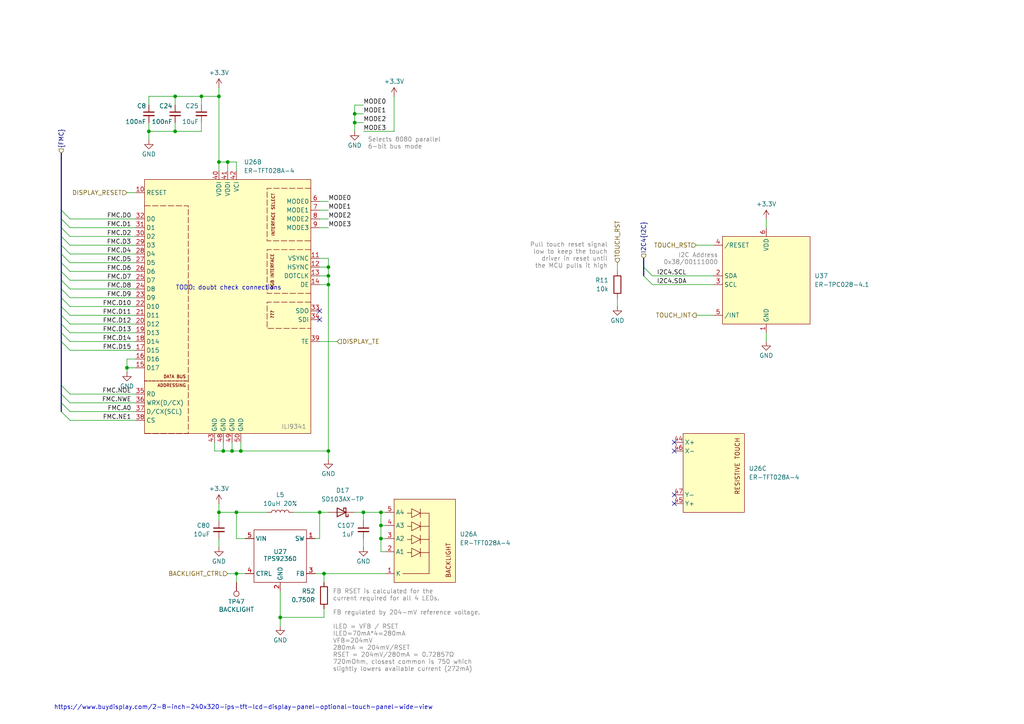
<source format=kicad_sch>
(kicad_sch (version 20250114) (generator "eeschema") (generator_version "9.0")
  (paper "A4")
  (lib_symbols
    (symbol "Connector:TestPoint" (pin_numbers (hide yes)) (pin_names (offset 0.762) (hide yes))
      (property "Reference" "TP" (at 0 6.858 0))
      (property "Value" "TestPoint" (at 0 5.08 0))
      (symbol "TestPoint_0_1"
        (circle (center 0 3.302) (radius 0.762))
      )
      (symbol "TestPoint_1_1"
        (pin passive line (at 0 0 90) (length 2.54) (name "1") (number "1"))
      )
    )
    (symbol "Device:C_Small" (pin_numbers (hide yes)) (pin_names (offset 0.254) (hide yes))
      (property "Reference" "C" (at 0.254 1.778 0))
      (property "Value" "C_Small" (at 0.254 -2.032 0))
      (symbol "C_Small_0_1"
        (polyline (pts (xy -1.524 0.508) (xy 1.524 0.508)) (stroke (width 0.3048)))
        (polyline (pts (xy -1.524 -0.508) (xy 1.524 -0.508)) (stroke (width 0.3302)))
      )
      (symbol "C_Small_1_1"
        (pin passive line (at 0 2.54 270) (length 2.032) (name "~") (number "1"))
        (pin passive line (at 0 -2.54 90) (length 2.032) (name "~") (number "2"))
      )
    )
    (symbol "Device:D_Schottky" (pin_numbers (hide yes)) (pin_names (offset 1.016) (hide yes))
      (property "Reference" "D" (at 0 2.54 0))
      (property "Value" "D_Schottky" (at 0 -2.54 0))
      (symbol "D_Schottky_0_1"
        (polyline (pts (xy -1.905 0.635) (xy -1.905 1.27) (xy -1.27 1.27) (xy -1.27 -1.27) (xy -0.635 -1.27) (xy -0.635 -0.635)) (stroke (width 0.254)))
        (polyline (pts (xy 1.27 1.27) (xy 1.27 -1.27) (xy -1.27 0) (xy 1.27 1.27)) (stroke (width 0.254)))
        (polyline (pts (xy 1.27 0) (xy -1.27 0)))
      )
      (symbol "D_Schottky_1_1"
        (pin passive line (at -3.81 0 0) (length 2.54) (name "K") (number "1"))
        (pin passive line (at 3.81 0 180) (length 2.54) (name "A") (number "2"))
      )
    )
    (symbol "Device:L" (pin_numbers (hide yes)) (pin_names (offset 1.016) (hide yes))
      (property "Reference" "L" (at -1.27 0 90))
      (property "Value" "L" (at 1.905 0 90))
      (symbol "L_0_1"
        (arc (start 0 2.54) (mid 0.6323 1.905) (end 0 1.27))
        (arc (start 0 1.27) (mid 0.6323 0.635) (end 0 0))
        (arc (start 0 0) (mid 0.6323 -0.635) (end 0 -1.27))
        (arc (start 0 -1.27) (mid 0.6323 -1.905) (end 0 -2.54))
      )
      (symbol "L_1_1"
        (pin passive line (at 0 3.81 270) (length 1.27) (name "1") (number "1"))
        (pin passive line (at 0 -3.81 90) (length 1.27) (name "2") (number "2"))
      )
    )
    (symbol "Device:R" (pin_numbers (hide yes)) (pin_names (offset 0))
      (property "Reference" "R" (at 2.032 0 90))
      (property "Value" "R" (at 0 0 90))
      (symbol "R_0_1"
        (rectangle (start -1.016 -2.54) (end 1.016 2.54) (stroke (width 0.254)))
      )
      (symbol "R_1_1"
        (pin passive line (at 0 3.81 270) (length 1.27) (name "~") (number "1"))
        (pin passive line (at 0 -3.81 90) (length 1.27) (name "~") (number "2"))
      )
    )
    (symbol "ER-TFT028A2-4_1"
      (property "Reference" "U" (at 0 0 0))
      (property "Value" "ER-TFT028A-4" (at 0 0 0))
      (symbol "ER-TFT028A2-4_1_1_1"
        (rectangle (start -8.89 11.43) (end 8.89 -11.43) (fill (type background)))
        (polyline (pts (xy -6.35 -7.62) (xy 1.27 -7.62)))
        (polyline (pts (xy -5.08 3.556) (xy -3.81 3.556)))
        (polyline (pts (xy -5.08 -0.254) (xy -3.81 -0.254)))
        (polyline (pts (xy -5.08 -4.064) (xy -3.81 -4.064)))
        (polyline (pts (xy -3.81 7.366) (xy -5.08 7.366)))
        (polyline (pts (xy -3.81 6.096) (xy -3.81 8.636) (xy -1.27 7.366) (xy -3.81 6.096)))
        (polyline (pts (xy -3.81 2.286) (xy -3.81 4.826) (xy -1.27 3.556) (xy -3.81 2.286)))
        (polyline (pts (xy -3.81 -1.524) (xy -3.81 1.016) (xy -1.27 -0.254) (xy -3.81 -1.524)))
        (polyline (pts (xy -3.81 -5.334) (xy -3.81 -2.794) (xy -1.27 -4.064) (xy -3.81 -5.334)))
        (polyline (pts (xy -1.27 6.096) (xy -1.27 8.636)))
        (polyline (pts (xy -1.27 2.286) (xy -1.27 4.826)))
        (polyline (pts (xy -1.27 -1.524) (xy -1.27 1.016)))
        (polyline (pts (xy -1.27 -5.334) (xy -1.27 -2.794)))
        (polyline (pts (xy 1.27 7.366) (xy -1.27 7.366)))
        (polyline (pts (xy 1.27 3.556) (xy -1.27 3.556)))
        (polyline (pts (xy 1.27 -0.254) (xy -1.27 -0.254)))
        (polyline (pts (xy 1.27 -4.064) (xy -1.27 -4.064)))
        (polyline (pts (xy 1.27 -7.62) (xy 1.27 7.366)))
        (text "BACKLIGHT" (at 7.62 -10.16 900) (effects (font (size 1.27 1.27)) (justify left bottom)))
        (pin input line (at -11.43 7.62 0) (length 2.54) (name "A4") (number "5"))
        (pin input line (at -11.43 3.81 0) (length 2.54) (name "A3") (number "4"))
        (pin input line (at -11.43 0 0) (length 2.54) (name "A2") (number "3"))
        (pin input line (at -11.43 -3.81 0) (length 2.54) (name "A1") (number "2"))
        (pin input line (at -11.43 -7.62 0) (length 2.54) (name "K") (number "1"))
      )
      (symbol "ER-TFT028A2-4_1_2_1"
        (rectangle (start -24.13 36.83) (end 24.13 -36.83) (fill (type background)))
        (polyline (pts (xy -24.13 29.21) (xy -11.43 29.21) (xy -11.43 -21.59) (xy -24.13 -21.59)) (stroke (width 0) (type dash)))
        (polyline (pts (xy -24.13 -21.59) (xy -11.43 -21.59) (xy -11.43 -36.83) (xy -24.13 -36.83)) (stroke (width 0) (type dash)))
        (polyline (pts (xy 24.13 34.29) (xy 11.43 34.29) (xy 11.43 19.05) (xy 24.13 19.05)) (stroke (width 0) (type dash)))
        (polyline (pts (xy 24.13 16.51) (xy 11.43 16.51) (xy 11.43 3.81) (xy 24.13 3.81)) (stroke (width 0) (type dash)))
        (polyline (pts (xy 24.13 1.27) (xy 11.43 1.27) (xy 11.43 -6.35) (xy 24.13 -6.35)) (stroke (width 0) (type dash)))
        (text "DATA BUS" (at -12.065 -20.32 0) (effects (font (size 0.889 0.889)) (justify right)))
        (text "ADDRESSING" (at -12.065 -22.86 0) (effects (font (size 0.889 0.889)) (justify right)))
        (text "RGB INTERFACE" (at 12.954 10.16 900) (effects (font (size 0.889 0.889))))
        (text "???" (at 12.954 -2.286 900) (effects (font (size 0.889 0.889))))
        (text "INTERFACE SELECT" (at 13.208 26.67 900) (effects (font (size 0.889 0.889))))
        (text "ILI9341" (at 22.86 -35.56 0) (effects (font (size 1.27 1.27)) (justify right bottom)))
        (pin input line (at -26.67 33.02 0) (length 2.54) (name "RESET") (number "10"))
        (pin input line (at -26.67 25.4 0) (length 2.54) (name "D0") (number "32"))
        (pin input line (at -26.67 22.86 0) (length 2.54) (name "D1") (number "31"))
        (pin input line (at -26.67 20.32 0) (length 2.54) (name "D2") (number "30"))
        (pin input line (at -26.67 17.78 0) (length 2.54) (name "D3") (number "29"))
        (pin input line (at -26.67 15.24 0) (length 2.54) (name "D4") (number "28"))
        (pin input line (at -26.67 12.7 0) (length 2.54) (name "D5") (number "27"))
        (pin input line (at -26.67 10.16 0) (length 2.54) (name "D6") (number "26"))
        (pin input line (at -26.67 7.62 0) (length 2.54) (name "D7") (number "25"))
        (pin input line (at -26.67 5.08 0) (length 2.54) (name "D8") (number "24"))
        (pin input line (at -26.67 2.54 0) (length 2.54) (name "D9") (number "23"))
        (pin input line (at -26.67 0 0) (length 2.54) (name "D10") (number "22"))
        (pin input line (at -26.67 -2.54 0) (length 2.54) (name "D11") (number "21"))
        (pin input line (at -26.67 -5.08 0) (length 2.54) (name "D12") (number "20"))
        (pin input line (at -26.67 -7.62 0) (length 2.54) (name "D13") (number "19"))
        (pin input line (at -26.67 -10.16 0) (length 2.54) (name "D14") (number "18"))
        (pin input line (at -26.67 -12.7 0) (length 2.54) (name "D15") (number "17"))
        (pin input line (at -26.67 -15.24 0) (length 2.54) (name "D16") (number "16"))
        (pin input line (at -26.67 -17.78 0) (length 2.54) (name "D17") (number "15"))
        (pin input line (at -26.67 -25.4 0) (length 2.54) (name "RD") (number "35"))
        (pin input line (at -26.67 -27.94 0) (length 2.54) (name "WRX(D/CX)") (number "36"))
        (pin input line (at -26.67 -30.48 0) (length 2.54) (name "D/CX(SCL)") (number "37"))
        (pin input line (at -26.67 -33.02 0) (length 2.54) (name "CS") (number "38"))
        (pin input line (at -3.81 -39.37 90) (length 2.54) (name "GND") (number "43"))
        (pin input line (at -2.54 39.37 270) (length 2.54) (name "VDDI") (number "40"))
        (pin input line (at -1.27 -39.37 90) (length 2.54) (name "GND") (number "48"))
        (pin input line (at 0 39.37 270) (length 2.54) (name "VDDI") (number "41"))
        (pin input line (at 1.27 -39.37 90) (length 2.54) (name "GND") (number "49"))
        (pin input line (at 2.54 39.37 270) (length 2.54) (name "VCI") (number "42"))
        (pin input line (at 3.81 -39.37 90) (length 2.54) (name "GND") (number "50"))
        (pin input line (at 26.67 30.48 180) (length 2.54) (name "MODE0") (number "6"))
        (pin input line (at 26.67 27.94 180) (length 2.54) (name "MODE1") (number "7"))
        (pin input line (at 26.67 25.4 180) (length 2.54) (name "MODE2") (number "8"))
        (pin input line (at 26.67 22.86 180) (length 2.54) (name "MODE3") (number "9"))
        (pin input line (at 26.67 13.97 180) (length 2.54) (name "VSYNC") (number "11"))
        (pin input line (at 26.67 11.43 180) (length 2.54) (name "HSYNC") (number "12"))
        (pin input line (at 26.67 8.89 180) (length 2.54) (name "DOTCLK") (number "13"))
        (pin input line (at 26.67 6.35 180) (length 2.54) (name "DE") (number "14"))
        (pin input line (at 26.67 -1.27 180) (length 2.54) (name "SDO") (number "33"))
        (pin input line (at 26.67 -3.81 180) (length 2.54) (name "SDI") (number "34"))
        (pin input line (at 26.67 -10.16 180) (length 2.54) (name "TE") (number "39"))
      )
      (symbol "ER-TFT028A2-4_1_3_1"
        (rectangle (start -8.89 11.43) (end 8.89 -11.43) (fill (type background)))
        (text "RESISTIVE TOUCH" (at 7.62 -6.35 900) (effects (font (size 1.27 1.27)) (justify left bottom)))
        (pin input line (at -11.43 8.89 0) (length 2.54) (name "X+") (number "44"))
        (pin input line (at -11.43 6.35 0) (length 2.54) (name "X-") (number "46"))
        (pin input line (at -11.43 -6.35 0) (length 2.54) (name "Y-") (number "47"))
        (pin input line (at -11.43 -8.89 0) (length 2.54) (name "Y+") (number "45"))
      )
    )
    (symbol "ER-TFT028A2-4_2"
      (property "Reference" "U" (at 0 0 0))
      (property "Value" "ER-TFT028A-4" (at 0 0 0))
      (symbol "ER-TFT028A2-4_2_1_1"
        (rectangle (start -8.89 11.43) (end 8.89 -11.43) (fill (type background)))
        (polyline (pts (xy -6.35 -7.62) (xy 1.27 -7.62)))
        (polyline (pts (xy -5.08 3.556) (xy -3.81 3.556)))
        (polyline (pts (xy -5.08 -0.254) (xy -3.81 -0.254)))
        (polyline (pts (xy -5.08 -4.064) (xy -3.81 -4.064)))
        (polyline (pts (xy -3.81 7.366) (xy -5.08 7.366)))
        (polyline (pts (xy -3.81 6.096) (xy -3.81 8.636) (xy -1.27 7.366) (xy -3.81 6.096)))
        (polyline (pts (xy -3.81 2.286) (xy -3.81 4.826) (xy -1.27 3.556) (xy -3.81 2.286)))
        (polyline (pts (xy -3.81 -1.524) (xy -3.81 1.016) (xy -1.27 -0.254) (xy -3.81 -1.524)))
        (polyline (pts (xy -3.81 -5.334) (xy -3.81 -2.794) (xy -1.27 -4.064) (xy -3.81 -5.334)))
        (polyline (pts (xy -1.27 6.096) (xy -1.27 8.636)))
        (polyline (pts (xy -1.27 2.286) (xy -1.27 4.826)))
        (polyline (pts (xy -1.27 -1.524) (xy -1.27 1.016)))
        (polyline (pts (xy -1.27 -5.334) (xy -1.27 -2.794)))
        (polyline (pts (xy 1.27 7.366) (xy -1.27 7.366)))
        (polyline (pts (xy 1.27 3.556) (xy -1.27 3.556)))
        (polyline (pts (xy 1.27 -0.254) (xy -1.27 -0.254)))
        (polyline (pts (xy 1.27 -4.064) (xy -1.27 -4.064)))
        (polyline (pts (xy 1.27 -7.62) (xy 1.27 7.366)))
        (text "BACKLIGHT" (at 7.62 -10.16 900) (effects (font (size 1.27 1.27)) (justify left bottom)))
        (pin input line (at -11.43 7.62 0) (length 2.54) (name "A4") (number "5"))
        (pin input line (at -11.43 3.81 0) (length 2.54) (name "A3") (number "4"))
        (pin input line (at -11.43 0 0) (length 2.54) (name "A2") (number "3"))
        (pin input line (at -11.43 -3.81 0) (length 2.54) (name "A1") (number "2"))
        (pin input line (at -11.43 -7.62 0) (length 2.54) (name "K") (number "1"))
      )
      (symbol "ER-TFT028A2-4_2_2_1"
        (rectangle (start -24.13 36.83) (end 24.13 -36.83) (fill (type background)))
        (polyline (pts (xy -24.13 29.21) (xy -11.43 29.21) (xy -11.43 -21.59) (xy -24.13 -21.59)) (stroke (width 0) (type dash)))
        (polyline (pts (xy -24.13 -21.59) (xy -11.43 -21.59) (xy -11.43 -36.83) (xy -24.13 -36.83)) (stroke (width 0) (type dash)))
        (polyline (pts (xy 24.13 34.29) (xy 11.43 34.29) (xy 11.43 19.05) (xy 24.13 19.05)) (stroke (width 0) (type dash)))
        (polyline (pts (xy 24.13 16.51) (xy 11.43 16.51) (xy 11.43 3.81) (xy 24.13 3.81)) (stroke (width 0) (type dash)))
        (polyline (pts (xy 24.13 1.27) (xy 11.43 1.27) (xy 11.43 -6.35) (xy 24.13 -6.35)) (stroke (width 0) (type dash)))
        (text "DATA BUS" (at -12.065 -20.32 0) (effects (font (size 0.889 0.889)) (justify right)))
        (text "ADDRESSING" (at -12.065 -22.86 0) (effects (font (size 0.889 0.889)) (justify right)))
        (text "RGB INTERFACE" (at 12.954 10.16 900) (effects (font (size 0.889 0.889))))
        (text "???" (at 12.954 -2.286 900) (effects (font (size 0.889 0.889))))
        (text "INTERFACE SELECT" (at 13.208 26.67 900) (effects (font (size 0.889 0.889))))
        (text "ILI9341" (at 22.86 -35.56 0) (effects (font (size 1.27 1.27)) (justify right bottom)))
        (pin input line (at -26.67 33.02 0) (length 2.54) (name "RESET") (number "10"))
        (pin input line (at -26.67 25.4 0) (length 2.54) (name "D0") (number "32"))
        (pin input line (at -26.67 22.86 0) (length 2.54) (name "D1") (number "31"))
        (pin input line (at -26.67 20.32 0) (length 2.54) (name "D2") (number "30"))
        (pin input line (at -26.67 17.78 0) (length 2.54) (name "D3") (number "29"))
        (pin input line (at -26.67 15.24 0) (length 2.54) (name "D4") (number "28"))
        (pin input line (at -26.67 12.7 0) (length 2.54) (name "D5") (number "27"))
        (pin input line (at -26.67 10.16 0) (length 2.54) (name "D6") (number "26"))
        (pin input line (at -26.67 7.62 0) (length 2.54) (name "D7") (number "25"))
        (pin input line (at -26.67 5.08 0) (length 2.54) (name "D8") (number "24"))
        (pin input line (at -26.67 2.54 0) (length 2.54) (name "D9") (number "23"))
        (pin input line (at -26.67 0 0) (length 2.54) (name "D10") (number "22"))
        (pin input line (at -26.67 -2.54 0) (length 2.54) (name "D11") (number "21"))
        (pin input line (at -26.67 -5.08 0) (length 2.54) (name "D12") (number "20"))
        (pin input line (at -26.67 -7.62 0) (length 2.54) (name "D13") (number "19"))
        (pin input line (at -26.67 -10.16 0) (length 2.54) (name "D14") (number "18"))
        (pin input line (at -26.67 -12.7 0) (length 2.54) (name "D15") (number "17"))
        (pin input line (at -26.67 -15.24 0) (length 2.54) (name "D16") (number "16"))
        (pin input line (at -26.67 -17.78 0) (length 2.54) (name "D17") (number "15"))
        (pin input line (at -26.67 -25.4 0) (length 2.54) (name "RD") (number "35"))
        (pin input line (at -26.67 -27.94 0) (length 2.54) (name "WRX(D/CX)") (number "36"))
        (pin input line (at -26.67 -30.48 0) (length 2.54) (name "D/CX(SCL)") (number "37"))
        (pin input line (at -26.67 -33.02 0) (length 2.54) (name "CS") (number "38"))
        (pin input line (at -3.81 -39.37 90) (length 2.54) (name "GND") (number "43"))
        (pin input line (at -2.54 39.37 270) (length 2.54) (name "VDDI") (number "40"))
        (pin input line (at -1.27 -39.37 90) (length 2.54) (name "GND") (number "48"))
        (pin input line (at 0 39.37 270) (length 2.54) (name "VDDI") (number "41"))
        (pin input line (at 1.27 -39.37 90) (length 2.54) (name "GND") (number "49"))
        (pin input line (at 2.54 39.37 270) (length 2.54) (name "VCI") (number "42"))
        (pin input line (at 3.81 -39.37 90) (length 2.54) (name "GND") (number "50"))
        (pin input line (at 26.67 30.48 180) (length 2.54) (name "MODE0") (number "6"))
        (pin input line (at 26.67 27.94 180) (length 2.54) (name "MODE1") (number "7"))
        (pin input line (at 26.67 25.4 180) (length 2.54) (name "MODE2") (number "8"))
        (pin input line (at 26.67 22.86 180) (length 2.54) (name "MODE3") (number "9"))
        (pin input line (at 26.67 13.97 180) (length 2.54) (name "VSYNC") (number "11"))
        (pin input line (at 26.67 11.43 180) (length 2.54) (name "HSYNC") (number "12"))
        (pin input line (at 26.67 8.89 180) (length 2.54) (name "DOTCLK") (number "13"))
        (pin input line (at 26.67 6.35 180) (length 2.54) (name "DE") (number "14"))
        (pin input line (at 26.67 -1.27 180) (length 2.54) (name "SDO") (number "33"))
        (pin input line (at 26.67 -3.81 180) (length 2.54) (name "SDI") (number "34"))
        (pin input line (at 26.67 -10.16 180) (length 2.54) (name "TE") (number "39"))
      )
      (symbol "ER-TFT028A2-4_2_3_1"
        (rectangle (start -8.89 11.43) (end 8.89 -11.43) (fill (type background)))
        (text "RESISTIVE TOUCH" (at 7.62 -6.35 900) (effects (font (size 1.27 1.27)) (justify left bottom)))
        (pin input line (at -11.43 8.89 0) (length 2.54) (name "X+") (number "44"))
        (pin input line (at -11.43 6.35 0) (length 2.54) (name "X-") (number "46"))
        (pin input line (at -11.43 -6.35 0) (length 2.54) (name "Y-") (number "47"))
        (pin input line (at -11.43 -8.89 0) (length 2.54) (name "Y+") (number "45"))
      )
    )
    (symbol "pocket_synth:ER-TFT028A2-4"
      (property "Reference" "U" (at 0 0 0))
      (property "Value" "ER-TFT028A-4" (at 0 0 0))
      (symbol "ER-TFT028A2-4_1_1"
        (rectangle (start -8.89 11.43) (end 8.89 -12.7) (fill (type background)))
        (polyline (pts (xy -6.35 -10.16) (xy 1.27 -10.16)))
        (polyline (pts (xy -5.08 3.556) (xy -3.81 3.556)))
        (polyline (pts (xy -5.08 -0.254) (xy -3.81 -0.254)))
        (polyline (pts (xy -5.08 -4.064) (xy -3.81 -4.064)))
        (polyline (pts (xy -3.81 7.366) (xy -5.08 7.366)))
        (polyline (pts (xy -3.81 6.096) (xy -3.81 8.636) (xy -1.27 7.366) (xy -3.81 6.096)))
        (polyline (pts (xy -3.81 2.286) (xy -3.81 4.826) (xy -1.27 3.556) (xy -3.81 2.286)))
        (polyline (pts (xy -3.81 -1.524) (xy -3.81 1.016) (xy -1.27 -0.254) (xy -3.81 -1.524)))
        (polyline (pts (xy -3.81 -5.334) (xy -3.81 -2.794) (xy -1.27 -4.064) (xy -3.81 -5.334)))
        (polyline (pts (xy -1.27 6.096) (xy -1.27 8.636)))
        (polyline (pts (xy -1.27 2.286) (xy -1.27 4.826)))
        (polyline (pts (xy -1.27 -1.524) (xy -1.27 1.016)))
        (polyline (pts (xy -1.27 -5.334) (xy -1.27 -2.794)))
        (polyline (pts (xy 1.27 7.366) (xy -1.27 7.366)))
        (polyline (pts (xy 1.27 3.556) (xy -1.27 3.556)))
        (polyline (pts (xy 1.27 -0.254) (xy -1.27 -0.254)))
        (polyline (pts (xy 1.27 -4.064) (xy -1.27 -4.064)))
        (polyline (pts (xy 1.27 -10.16) (xy 1.27 7.366)))
        (text "BACKLIGHT" (at 7.62 -11.43 900) (effects (font (size 1.27 1.27)) (justify left bottom)))
        (pin input line (at -11.43 7.62 0) (length 2.54) (name "A4") (number "5"))
        (pin input line (at -11.43 3.81 0) (length 2.54) (name "A3") (number "4"))
        (pin input line (at -11.43 0 0) (length 2.54) (name "A2") (number "3"))
        (pin input line (at -11.43 -3.81 0) (length 2.54) (name "A1") (number "2"))
        (pin input line (at -11.43 -10.16 0) (length 2.54) (name "K") (number "1"))
      )
      (symbol "ER-TFT028A2-4_2_1"
        (rectangle (start -24.13 36.83) (end 24.13 -36.83) (fill (type background)))
        (polyline (pts (xy -24.13 29.21) (xy -11.43 29.21) (xy -11.43 -21.59) (xy -24.13 -21.59)) (stroke (width 0) (type dash)))
        (polyline (pts (xy -24.13 -21.59) (xy -11.43 -21.59) (xy -11.43 -36.83) (xy -24.13 -36.83)) (stroke (width 0) (type dash)))
        (polyline (pts (xy 24.13 34.29) (xy 11.43 34.29) (xy 11.43 19.05) (xy 24.13 19.05)) (stroke (width 0) (type dash)))
        (polyline (pts (xy 24.13 16.51) (xy 11.43 16.51) (xy 11.43 3.81) (xy 24.13 3.81)) (stroke (width 0) (type dash)))
        (polyline (pts (xy 24.13 1.27) (xy 11.43 1.27) (xy 11.43 -6.35) (xy 24.13 -6.35)) (stroke (width 0) (type dash)))
        (text "DATA BUS" (at -12.065 -20.32 0) (effects (font (size 0.889 0.889)) (justify right)))
        (text "ADDRESSING" (at -12.065 -22.86 0) (effects (font (size 0.889 0.889)) (justify right)))
        (text "RGB INTERFACE" (at 12.954 10.16 900) (effects (font (size 0.889 0.889))))
        (text "???" (at 12.954 -2.286 900) (effects (font (size 0.889 0.889))))
        (text "INTERFACE SELECT" (at 13.208 26.67 900) (effects (font (size 0.889 0.889))))
        (text "ILI9341" (at 22.86 -35.56 0) (effects (font (size 1.27 1.27)) (justify right bottom)))
        (pin input line (at -26.67 33.02 0) (length 2.54) (name "RESET") (number "10"))
        (pin input line (at -26.67 25.4 0) (length 2.54) (name "D0") (number "32"))
        (pin input line (at -26.67 22.86 0) (length 2.54) (name "D1") (number "31"))
        (pin input line (at -26.67 20.32 0) (length 2.54) (name "D2") (number "30"))
        (pin input line (at -26.67 17.78 0) (length 2.54) (name "D3") (number "29"))
        (pin input line (at -26.67 15.24 0) (length 2.54) (name "D4") (number "28"))
        (pin input line (at -26.67 12.7 0) (length 2.54) (name "D5") (number "27"))
        (pin input line (at -26.67 10.16 0) (length 2.54) (name "D6") (number "26"))
        (pin input line (at -26.67 7.62 0) (length 2.54) (name "D7") (number "25"))
        (pin input line (at -26.67 5.08 0) (length 2.54) (name "D8") (number "24"))
        (pin input line (at -26.67 2.54 0) (length 2.54) (name "D9") (number "23"))
        (pin input line (at -26.67 0 0) (length 2.54) (name "D10") (number "22"))
        (pin input line (at -26.67 -2.54 0) (length 2.54) (name "D11") (number "21"))
        (pin input line (at -26.67 -5.08 0) (length 2.54) (name "D12") (number "20"))
        (pin input line (at -26.67 -7.62 0) (length 2.54) (name "D13") (number "19"))
        (pin input line (at -26.67 -10.16 0) (length 2.54) (name "D14") (number "18"))
        (pin input line (at -26.67 -12.7 0) (length 2.54) (name "D15") (number "17"))
        (pin input line (at -26.67 -15.24 0) (length 2.54) (name "D16") (number "16"))
        (pin input line (at -26.67 -17.78 0) (length 2.54) (name "D17") (number "15"))
        (pin input line (at -26.67 -25.4 0) (length 2.54) (name "RD") (number "35"))
        (pin input line (at -26.67 -27.94 0) (length 2.54) (name "WRX(D/CX)") (number "36"))
        (pin input line (at -26.67 -30.48 0) (length 2.54) (name "D/CX(SCL)") (number "37"))
        (pin input line (at -26.67 -33.02 0) (length 2.54) (name "CS") (number "38"))
        (pin input line (at -3.81 -39.37 90) (length 2.54) (name "GND") (number "43"))
        (pin input line (at -2.54 39.37 270) (length 2.54) (name "VDDI") (number "40"))
        (pin input line (at -1.27 -39.37 90) (length 2.54) (name "GND") (number "48"))
        (pin input line (at 0 39.37 270) (length 2.54) (name "VDDI") (number "41"))
        (pin input line (at 1.27 -39.37 90) (length 2.54) (name "GND") (number "49"))
        (pin input line (at 2.54 39.37 270) (length 2.54) (name "VCI") (number "42"))
        (pin input line (at 3.81 -39.37 90) (length 2.54) (name "GND") (number "50"))
        (pin input line (at 26.67 30.48 180) (length 2.54) (name "MODE0") (number "6"))
        (pin input line (at 26.67 27.94 180) (length 2.54) (name "MODE1") (number "7"))
        (pin input line (at 26.67 25.4 180) (length 2.54) (name "MODE2") (number "8"))
        (pin input line (at 26.67 22.86 180) (length 2.54) (name "MODE3") (number "9"))
        (pin input line (at 26.67 13.97 180) (length 2.54) (name "VSYNC") (number "11"))
        (pin input line (at 26.67 11.43 180) (length 2.54) (name "HSYNC") (number "12"))
        (pin input line (at 26.67 8.89 180) (length 2.54) (name "DOTCLK") (number "13"))
        (pin input line (at 26.67 6.35 180) (length 2.54) (name "DE") (number "14"))
        (pin input line (at 26.67 -1.27 180) (length 2.54) (name "SDO") (number "33"))
        (pin input line (at 26.67 -3.81 180) (length 2.54) (name "SDI") (number "34"))
        (pin input line (at 26.67 -10.16 180) (length 2.54) (name "TE") (number "39"))
      )
      (symbol "ER-TFT028A2-4_3_1"
        (rectangle (start -8.89 11.43) (end 8.89 -11.43) (fill (type background)))
        (text "RESISTIVE TOUCH" (at 7.62 -6.35 900) (effects (font (size 1.27 1.27)) (justify left bottom)))
        (pin input line (at -11.43 8.89 0) (length 2.54) (name "X+") (number "44"))
        (pin input line (at -11.43 6.35 0) (length 2.54) (name "X-") (number "46"))
        (pin input line (at -11.43 -6.35 0) (length 2.54) (name "Y-") (number "47"))
        (pin input line (at -11.43 -8.89 0) (length 2.54) (name "Y+") (number "45"))
      )
    )
    (symbol "pocket_synth:ER-TPC028-4.1"
      (property "Reference" "U" (at 0 0 0))
      (property "Value" "ER-TPC028-4.1" (at 0 0 0))
      (symbol "ER-TPC028-4.1_1_1"
        (rectangle (start -12.7 12.7) (end 12.7 -12.7) (fill (type background)))
        (pin input line (at -15.24 10.16 0) (length 2.54) (name "/RESET") (number "4"))
        (pin input line (at -15.24 1.27 0) (length 2.54) (name "SDA") (number "2"))
        (pin input line (at -15.24 -1.27 0) (length 2.54) (name "SCL") (number "3"))
        (pin input line (at -15.24 -10.16 0) (length 2.54) (name "/INT") (number "5"))
        (pin power_in line (at 0 15.24 270) (length 2.54) (name "VDD") (number "6"))
        (pin power_in line (at 0 -15.24 90) (length 2.54) (name "GND") (number "1"))
      )
    )
    (symbol "pocket_synth:TPS92360DCKR"
      (property "Reference" "U" (at 0 0 0))
      (symbol "TPS92360DCKR_0_1"
        (rectangle (start -7.62 7.62) (end 7.62 -7.62))
      )
      (symbol "TPS92360DCKR_1_1"
        (pin power_in line (at -10.16 5.08 0) (length 2.54) (name "VIN") (number "5"))
        (pin input line (at -10.16 -5.08 0) (length 2.54) (name "CTRL") (number "4"))
        (pin power_in line (at 0 -10.16 90) (length 2.54) (name "GND") (number "2"))
        (pin input line (at 10.16 5.08 180) (length 2.54) (name "SW") (number "1"))
        (pin input line (at 10.16 -5.08 180) (length 2.54) (name "FB") (number "3"))
      )
    )
    (symbol "power:+3.3V" (power) (pin_numbers (hide yes)) (pin_names (offset 0) (hide yes))
      (property "Value" "+3.3V" (at 0 3.556 0))
      (symbol "+3.3V_0_1"
        (polyline (pts (xy -0.762 1.27) (xy 0 2.54)))
        (polyline (pts (xy 0 2.54) (xy 0.762 1.27)))
        (polyline (pts (xy 0 0) (xy 0 2.54)))
      )
      (symbol "+3.3V_1_1"
        (pin power_in line (at 0 0 90) (length 0) (name "~") (number "1"))
      )
    )
    (symbol "power:GND" (power) (pin_numbers (hide yes)) (pin_names (offset 0) (hide yes))
      (property "Value" "GND" (at 0 -3.81 0))
      (symbol "GND_0_1"
        (polyline (pts (xy 0 0) (xy 0 -1.27) (xy 1.27 -1.27) (xy 0 -2.54) (xy -1.27 -1.27) (xy 0 -1.27)))
      )
      (symbol "GND_1_1"
        (pin power_in line (at 0 0 270) (length 0) (name "~") (number "1"))
      )
    )
  )
  (text "Pull touch reset signal\nlow to keep the touch\ndriver in reset until\nthe MCU pulls it high" (at 176.276 74.168 0) (effects (font (size 1.27 1.27)) (justify right)))
  (text "https://www.buydisplay.com/2-8-inch-240x320-ips-tft-lcd-display-panel-optional-touch-panel-wide-view" (at 70.612 205.232 0) (effects (font (size 1.27 1.27))))
  (text "FB RSET is calculated for the\ncurrent required for all 4 LEDs.\n\nFB regulated by 204-mV reference voltage.\n\nILED = VFB / RSET\nILED=70mA*4=280mA\nVFB=204mV\n280mA = 204mV/RSET\nRSET = 204mV/280mA = 0.72857Ω\n720mOhm, closest common is 750 which\nslightly lowers available current (272mA)" (at 96.52 170.942 0) (effects (font (size 1.27 1.27)) (justify left top)))
  (text "Selects 8080 parallel\n6-bit bus mode" (at 106.68 41.656 0) (effects (font (size 1.27 1.27)) (justify left)))
  (text "I2C Address\n0x38/00111000" (at 208.28 75.184 0) (effects (font (size 1.27 1.27)) (justify right)))
  (text "TODO: doubt check connections" (at 66.294 83.566 0) (effects (font (size 1.27 1.27))))
  (junction (at 92.71 148.59))
  (junction (at 110.49 148.59))
  (junction (at 63.5 148.59))
  (junction (at 69.85 130.81))
  (junction (at 58.42 27.94))
  (junction (at 63.5 27.94))
  (junction (at 67.31 130.81))
  (junction (at 50.8 27.94))
  (junction (at 95.25 130.81))
  (junction (at 95.25 80.01))
  (junction (at 110.49 152.4))
  (junction (at 105.41 148.59))
  (junction (at 43.18 38.1))
  (junction (at 102.87 33.02))
  (junction (at 95.25 82.55))
  (junction (at 66.04 46.99))
  (junction (at 64.77 130.81))
  (junction (at 68.58 166.37))
  (junction (at 50.8 38.1))
  (junction (at 36.83 106.68))
  (junction (at 63.5 46.99))
  (junction (at 102.87 35.56))
  (junction (at 81.28 179.07))
  (junction (at 93.98 166.37))
  (junction (at 110.49 156.21))
  (junction (at 68.58 148.59))
  (junction (at 95.25 77.47))
  (no_connect (at 195.58 143.51))
  (no_connect (at 195.58 146.05))
  (no_connect (at 195.58 128.27))
  (no_connect (at 92.71 90.17))
  (no_connect (at 195.58 130.81))
  (no_connect (at 92.71 92.71))
  (bus_entry (at 20.32 66.04) (size -2.54 -2.54))
  (bus_entry (at 20.32 71.12) (size -2.54 -2.54))
  (bus_entry (at 20.32 121.92) (size -2.54 -2.54))
  (bus_entry (at 189.23 80.01) (size -2.54 -2.54))
  (bus_entry (at 189.23 82.55) (size -2.54 -2.54))
  (bus_entry (at 20.32 88.9) (size -2.54 -2.54))
  (bus_entry (at 20.32 91.44) (size -2.54 -2.54))
  (bus_entry (at 20.32 114.3) (size -2.54 -2.54))
  (bus_entry (at 20.32 99.06) (size -2.54 -2.54))
  (bus_entry (at 20.32 93.98) (size -2.54 -2.54))
  (bus_entry (at 20.32 78.74) (size -2.54 -2.54))
  (bus_entry (at 20.32 76.2) (size -2.54 -2.54))
  (bus_entry (at 20.32 116.84) (size -2.54 -2.54))
  (bus_entry (at 20.32 73.66) (size -2.54 -2.54))
  (bus_entry (at 20.32 83.82) (size -2.54 -2.54))
  (bus_entry (at 20.32 86.36) (size -2.54 -2.54))
  (bus_entry (at 20.32 101.6) (size -2.54 -2.54))
  (bus_entry (at 20.32 68.58) (size -2.54 -2.54))
  (bus_entry (at 20.32 119.38) (size -2.54 -2.54))
  (bus_entry (at 20.32 63.5) (size -2.54 -2.54))
  (bus_entry (at 20.32 96.52) (size -2.54 -2.54))
  (bus_entry (at 20.32 81.28) (size -2.54 -2.54))
  (wire (pts (xy 105.41 156.21) (xy 105.41 158.75)))
  (wire (pts (xy 95.25 130.81) (xy 95.25 133.35)))
  (wire (pts (xy 43.18 27.94) (xy 43.18 30.48)))
  (bus (pts (xy 17.78 71.12) (xy 17.78 73.66)))
  (wire (pts (xy 20.32 83.82) (xy 39.37 83.82)))
  (bus (pts (xy 17.78 68.58) (xy 17.78 71.12)))
  (wire (pts (xy 20.32 101.6) (xy 39.37 101.6)))
  (bus (pts (xy 186.69 77.47) (xy 186.69 80.01)))
  (wire (pts (xy 68.58 148.59) (xy 63.5 148.59)))
  (wire (pts (xy 36.83 104.14) (xy 36.83 106.68)))
  (wire (pts (xy 105.41 30.48) (xy 102.87 30.48)))
  (wire (pts (xy 67.31 128.27) (xy 67.31 130.81)))
  (wire (pts (xy 81.28 179.07) (xy 81.28 181.61)))
  (wire (pts (xy 114.3 27.94) (xy 114.3 38.1)))
  (wire (pts (xy 68.58 166.37) (xy 68.58 168.91)))
  (wire (pts (xy 36.83 55.88) (xy 39.37 55.88)))
  (wire (pts (xy 43.18 38.1) (xy 43.18 40.64)))
  (wire (pts (xy 63.5 46.99) (xy 63.5 49.53)))
  (wire (pts (xy 64.77 130.81) (xy 67.31 130.81)))
  (wire (pts (xy 92.71 156.21) (xy 92.71 148.59)))
  (wire (pts (xy 92.71 77.47) (xy 95.25 77.47)))
  (wire (pts (xy 39.37 71.12) (xy 20.32 71.12)))
  (bus (pts (xy 17.78 114.3) (xy 17.78 116.84)))
  (wire (pts (xy 50.8 27.94) (xy 43.18 27.94)))
  (wire (pts (xy 43.18 38.1) (xy 50.8 38.1)))
  (wire (pts (xy 58.42 27.94) (xy 50.8 27.94)))
  (wire (pts (xy 63.5 156.21) (xy 63.5 158.75)))
  (bus (pts (xy 17.78 73.66) (xy 17.78 76.2)))
  (wire (pts (xy 20.32 96.52) (xy 39.37 96.52)))
  (bus (pts (xy 17.78 86.36) (xy 17.78 88.9)))
  (bus (pts (xy 17.78 78.74) (xy 17.78 81.28)))
  (wire (pts (xy 93.98 179.07) (xy 93.98 176.53)))
  (wire (pts (xy 20.32 68.58) (xy 39.37 68.58)))
  (wire (pts (xy 20.32 81.28) (xy 39.37 81.28)))
  (wire (pts (xy 95.25 74.93) (xy 95.25 77.47)))
  (wire (pts (xy 105.41 38.1) (xy 114.3 38.1)))
  (wire (pts (xy 92.71 66.04) (xy 95.25 66.04)))
  (wire (pts (xy 20.32 116.84) (xy 39.37 116.84)))
  (wire (pts (xy 58.42 35.56) (xy 58.42 38.1)))
  (wire (pts (xy 102.87 148.59) (xy 105.41 148.59)))
  (wire (pts (xy 20.32 114.3) (xy 39.37 114.3)))
  (wire (pts (xy 20.32 86.36) (xy 39.37 86.36)))
  (wire (pts (xy 92.71 82.55) (xy 95.25 82.55)))
  (bus (pts (xy 17.78 76.2) (xy 17.78 78.74)))
  (wire (pts (xy 68.58 148.59) (xy 77.47 148.59)))
  (bus (pts (xy 17.78 96.52) (xy 17.78 99.06)))
  (wire (pts (xy 20.32 66.04) (xy 39.37 66.04)))
  (wire (pts (xy 179.07 76.2) (xy 179.07 78.74)))
  (wire (pts (xy 95.25 77.47) (xy 95.25 80.01)))
  (wire (pts (xy 63.5 25.4) (xy 63.5 27.94)))
  (wire (pts (xy 66.04 46.99) (xy 66.04 49.53)))
  (wire (pts (xy 20.32 88.9) (xy 39.37 88.9)))
  (wire (pts (xy 50.8 38.1) (xy 58.42 38.1)))
  (wire (pts (xy 93.98 166.37) (xy 93.98 168.91)))
  (wire (pts (xy 189.23 80.01) (xy 207.01 80.01)))
  (bus (pts (xy 17.78 88.9) (xy 17.78 91.44)))
  (wire (pts (xy 43.18 35.56) (xy 43.18 38.1)))
  (wire (pts (xy 63.5 148.59) (xy 63.5 151.13)))
  (wire (pts (xy 110.49 156.21) (xy 110.49 160.02)))
  (bus (pts (xy 17.78 66.04) (xy 17.78 68.58)))
  (wire (pts (xy 95.25 82.55) (xy 95.25 130.81)))
  (wire (pts (xy 71.12 156.21) (xy 68.58 156.21)))
  (wire (pts (xy 20.32 73.66) (xy 39.37 73.66)))
  (wire (pts (xy 20.32 99.06) (xy 39.37 99.06)))
  (wire (pts (xy 66.04 46.99) (xy 68.58 46.99)))
  (wire (pts (xy 50.8 27.94) (xy 50.8 30.48)))
  (wire (pts (xy 63.5 46.99) (xy 66.04 46.99)))
  (wire (pts (xy 81.28 179.07) (xy 93.98 179.07)))
  (wire (pts (xy 20.32 121.92) (xy 39.37 121.92)))
  (wire (pts (xy 105.41 148.59) (xy 110.49 148.59)))
  (wire (pts (xy 92.71 148.59) (xy 85.09 148.59)))
  (bus (pts (xy 17.78 91.44) (xy 17.78 93.98)))
  (wire (pts (xy 20.32 63.5) (xy 39.37 63.5)))
  (wire (pts (xy 110.49 152.4) (xy 111.76 152.4)))
  (bus (pts (xy 17.78 116.84) (xy 17.78 119.38)))
  (wire (pts (xy 69.85 130.81) (xy 95.25 130.81)))
  (wire (pts (xy 63.5 27.94) (xy 63.5 46.99)))
  (wire (pts (xy 20.32 91.44) (xy 39.37 91.44)))
  (bus (pts (xy 17.78 83.82) (xy 17.78 86.36)))
  (wire (pts (xy 20.32 119.38) (xy 39.37 119.38)))
  (wire (pts (xy 68.58 148.59) (xy 68.58 156.21)))
  (wire (pts (xy 92.71 74.93) (xy 95.25 74.93)))
  (wire (pts (xy 62.23 128.27) (xy 62.23 130.81)))
  (bus (pts (xy 186.69 74.93) (xy 186.69 77.47)))
  (wire (pts (xy 110.49 148.59) (xy 110.49 152.4)))
  (wire (pts (xy 189.23 82.55) (xy 207.01 82.55)))
  (wire (pts (xy 50.8 35.56) (xy 50.8 38.1)))
  (wire (pts (xy 102.87 33.02) (xy 102.87 35.56)))
  (wire (pts (xy 95.25 80.01) (xy 95.25 82.55)))
  (wire (pts (xy 93.98 166.37) (xy 111.76 166.37)))
  (bus (pts (xy 17.78 60.96) (xy 17.78 44.45)))
  (wire (pts (xy 201.93 71.12) (xy 207.01 71.12)))
  (wire (pts (xy 66.04 166.37) (xy 68.58 166.37)))
  (wire (pts (xy 92.71 63.5) (xy 95.25 63.5)))
  (wire (pts (xy 105.41 148.59) (xy 105.41 151.13)))
  (wire (pts (xy 110.49 152.4) (xy 110.49 156.21)))
  (wire (pts (xy 92.71 58.42) (xy 95.25 58.42)))
  (wire (pts (xy 81.28 171.45) (xy 81.28 179.07)))
  (wire (pts (xy 67.31 130.81) (xy 69.85 130.81)))
  (wire (pts (xy 102.87 35.56) (xy 102.87 38.1)))
  (wire (pts (xy 92.71 60.96) (xy 95.25 60.96)))
  (wire (pts (xy 102.87 30.48) (xy 102.87 33.02)))
  (wire (pts (xy 92.71 80.01) (xy 95.25 80.01)))
  (wire (pts (xy 20.32 76.2) (xy 39.37 76.2)))
  (wire (pts (xy 102.87 35.56) (xy 105.41 35.56)))
  (wire (pts (xy 20.32 78.74) (xy 39.37 78.74)))
  (bus (pts (xy 17.78 111.76) (xy 17.78 114.3)))
  (wire (pts (xy 179.07 86.36) (xy 179.07 88.9)))
  (wire (pts (xy 39.37 104.14) (xy 36.83 104.14)))
  (bus (pts (xy 17.78 99.06) (xy 17.78 111.76)))
  (wire (pts (xy 36.83 106.68) (xy 36.83 107.95)))
  (wire (pts (xy 58.42 27.94) (xy 58.42 30.48)))
  (wire (pts (xy 69.85 128.27) (xy 69.85 130.81)))
  (bus (pts (xy 17.78 60.96) (xy 17.78 63.5)))
  (wire (pts (xy 110.49 156.21) (xy 111.76 156.21)))
  (wire (pts (xy 110.49 148.59) (xy 111.76 148.59)))
  (wire (pts (xy 36.83 106.68) (xy 39.37 106.68)))
  (wire (pts (xy 20.32 93.98) (xy 39.37 93.98)))
  (wire (pts (xy 92.71 148.59) (xy 95.25 148.59)))
  (wire (pts (xy 63.5 146.05) (xy 63.5 148.59)))
  (wire (pts (xy 64.77 128.27) (xy 64.77 130.81)))
  (wire (pts (xy 68.58 46.99) (xy 68.58 49.53)))
  (wire (pts (xy 91.44 156.21) (xy 92.71 156.21)))
  (bus (pts (xy 17.78 63.5) (xy 17.78 66.04)))
  (wire (pts (xy 222.25 63.5) (xy 222.25 66.04)))
  (wire (pts (xy 110.49 160.02) (xy 111.76 160.02)))
  (bus (pts (xy 17.78 93.98) (xy 17.78 96.52)))
  (wire (pts (xy 102.87 33.02) (xy 105.41 33.02)))
  (wire (pts (xy 201.93 91.44) (xy 207.01 91.44)))
  (wire (pts (xy 68.58 166.37) (xy 71.12 166.37)))
  (wire (pts (xy 91.44 166.37) (xy 93.98 166.37)))
  (wire (pts (xy 222.25 96.52) (xy 222.25 99.06)))
  (wire (pts (xy 62.23 130.81) (xy 64.77 130.81)))
  (wire (pts (xy 58.42 27.94) (xy 63.5 27.94)))
  (wire (pts (xy 92.71 99.06) (xy 97.79 99.06)))
  (bus (pts (xy 17.78 81.28) (xy 17.78 83.82)))
  (label "FMC.D13" (at 38.1 96.52 180))
  (label "I2C4.SCL" (at 190.5 80.01 0))
  (label "MODE0" (at 95.25 58.42 0))
  (label "FMC.A0" (at 38.1 119.38 180))
  (label "FMC.D2" (at 38.1 68.58 180))
  (label "FMC.D9" (at 38.1 86.36 180))
  (label "FMC.D7" (at 38.1 81.28 180))
  (label "FMC.D15" (at 38.1 101.6 180))
  (label "MODE1" (at 95.25 60.96 0))
  (label "FMC.D4" (at 38.1 73.66 180))
  (label "FMC.NWE" (at 38.1 116.84 180))
  (label "FMC.D3" (at 38.053 71.12 180))
  (label "FMC.D0" (at 38.1 63.5 180))
  (label "FMC.D10" (at 38.1 88.9 180))
  (label "MODE0" (at 105.41 30.48 0))
  (label "FMC.D12" (at 38.1 93.98 180))
  (label "MODE3" (at 95.25 66.04 0))
  (label "FMC.D14" (at 38.1 99.06 180))
  (label "FMC.D8" (at 38.1 83.82 180))
  (label "FMC.NOE" (at 38.1 114.3 180))
  (label "FMC.D11" (at 38.1 91.44 180))
  (label "I2C4.SDA" (at 190.5 82.55 0))
  (label "FMC.D5" (at 38.1 76.2 180))
  (label "FMC.NE1" (at 38.1 121.92 180))
  (label "MODE2" (at 105.41 35.56 0))
  (label "FMC.D6" (at 38.1 78.74 180))
  (label "MODE3" (at 105.41 38.1 0))
  (label "MODE2" (at 95.25 63.5 0))
  (label "FMC.D1" (at 38.1 66.04 180))
  (label "MODE1" (at 105.41 33.02 0))
  (hierarchical_label "I2C4{I2C}" (shape input) (at 186.69 74.93 90))
  (hierarchical_label "TOUCH_INT" (shape output) (at 201.93 91.44 180))
  (hierarchical_label "TOUCH_RST" (shape input) (at 179.07 76.2 90))
  (hierarchical_label "BACKLIGHT_CTRL" (shape input) (at 66.04 166.37 180))
  (hierarchical_label "DISPLAY_RESET" (shape input) (at 36.83 55.88 180))
  (hierarchical_label "DISPLAY_TE" (shape input) (at 97.79 99.06 0))
  (hierarchical_label "TOUCH_RST" (shape input) (at 201.93 71.12 180))
  (hierarchical_label "{FMC}" (shape input) (at 17.78 44.45 90))
  (symbol (lib_id "power:GND") (at 36.83 107.95 0) (unit 1)
    (property "Reference" "#PWR026" (effects (hide yes)))
    (property "Value" "GND" (at 36.83 112.014 0))
    (property "Description" "Power symbol creates a global label with name \"GND\" , ground" (effects (hide yes)))
  )
  (symbol (lib_id "power:GND") (at 105.41 158.75 0) (unit 1)
    (property "Reference" "#PWR0112" (effects (hide yes)))
    (property "Value" "GND" (at 105.41 162.814 0))
    (property "Description" "Power symbol creates a global label with name \"GND\" , ground" (effects (hide yes)))
  )
  (symbol (lib_id "Device:C_Small") (at 63.5 153.67 0) (unit 1)
    (property "Reference" "C80" (at 60.96 152.4062 0) (effects (justify right)))
    (property "Value" "10uF" (at 60.96 154.9462 0) (effects (justify right)))
    (property "Footprint" "Capacitor_SMD:C_0402_1005Metric" (effects (hide yes)))
    (property "Description" "Unpolarized capacitor, small symbol" (effects (hide yes)))
    (property "JLC" "C15525" (effects (hide yes)))
  )
  (symbol (lib_id "pocket_synth:TPS92360DCKR") (at 81.28 161.29 0) (unit 1)
    (property "Reference" "U27" (at 81.28 160.02 0))
    (property "Value" "TPS92360" (at 81.28 162.052 0))
    (property "Footprint" "Package_TO_SOT_SMD:SOT-353_SC-70-5" (effects (hide yes)))
    (property "Datasheet" "https://www.ti.com/lit/ds/symlink/tps92360.pdf?ts=1758795012147&ref_url=https%253A%252F%252Fwww.mouser.de%252F" (effects (hide yes)))
    (property "JLC" "C2928788" (effects (hide yes)))
  )
  (symbol (lib_id "Device:R") (at 179.07 82.55 0) (mirror y) (unit 1)
    (property "Reference" "R11" (at 176.53 81.2799 0) (effects (justify left)))
    (property "Value" "10k" (at 176.53 83.8199 0) (effects (justify left)))
    (property "Footprint" "Resistor_SMD:R_0402_1005Metric" (effects (hide yes)))
    (property "Description" "Resistor" (effects (hide yes)))
    (property "JLC" "C25744" (effects (hide yes)))
  )
  (symbol (lib_id "power:+3.3V") (at 114.3 27.94 0) (mirror y) (unit 1)
    (property "Reference" "#PWR0118" (effects (hide yes)))
    (property "Value" "+3.3V" (at 114.3 23.622 0))
    (property "Description" "Power symbol creates a global label with name \"+3.3V\"" (effects (hide yes)))
  )
  (symbol (lib_id "Device:C_Small") (at 105.41 153.67 0) (unit 1)
    (property "Reference" "C107" (at 102.87 152.4062 0) (effects (justify right)))
    (property "Value" "1uF" (at 102.87 154.9462 0) (effects (justify right)))
    (property "Footprint" "Capacitor_SMD:C_0402_1005Metric" (effects (hide yes)))
    (property "Description" "Unpolarized capacitor, small symbol" (effects (hide yes)))
    (property "JLC" "C52923" (effects (hide yes)))
  )
  (symbol (lib_id "Device:C_Small") (at 58.42 33.02 0) (mirror y) (unit 1)
    (property "Reference" "C25" (at 57.658 30.734 0) (effects (justify left)))
    (property "Value" "10uF" (at 57.658 35.306 0) (effects (justify left)))
    (property "Footprint" "Capacitor_SMD:C_0402_1005Metric" (effects (hide yes)))
    (property "Description" "Unpolarized capacitor, small symbol" (effects (hide yes)))
    (property "JLC" "C15525" (effects (hide yes)))
  )
  (symbol (lib_id "power:GND") (at 81.28 181.61 0) (unit 1)
    (property "Reference" "#PWR048" (effects (hide yes)))
    (property "Value" "GND" (at 81.28 185.674 0))
    (property "Description" "Power symbol creates a global label with name \"GND\" , ground" (effects (hide yes)))
  )
  (symbol (lib_id "Device:D_Schottky") (at 99.06 148.59 180) (unit 1)
    (property "Reference" "D17" (at 99.3775 142.24 0))
    (property "Value" "SD103AX-TP" (at 99.3775 144.78 0))
    (property "Footprint" "Diode_SMD:D_SOD-523" (effects (hide yes)))
    (property "Description" "Schottky diode" (effects (hide yes)))
    (property "JLC" "C668989" (effects (hide yes)))
  )
  (symbol (lib_id "power:+3.3V") (at 222.25 63.5 0) (unit 1)
    (property "Reference" "#PWR0134" (effects (hide yes)))
    (property "Value" "+3.3V" (at 222.25 59.182 0))
    (property "Description" "Power symbol creates a global label with name \"+3.3V\"" (effects (hide yes)))
  )
  (symbol (lib_id "power:GND") (at 102.87 38.1 0) (unit 1)
    (property "Reference" "#PWR0117" (effects (hide yes)))
    (property "Value" "GND" (at 102.87 42.164 0))
    (property "Description" "Power symbol creates a global label with name \"GND\" , ground" (effects (hide yes)))
  )
  (symbol (lib_name "ER-TFT028A2-4_1") (lib_id "pocket_synth:ER-TFT028A2-4") (at 207.01 137.16 0) (unit 3) (in_bom no)
    (property "Reference" "U26" (at 217.17 135.8899 0) (effects (justify left)))
    (property "Value" "ER-TFT028A-4" (at 217.17 138.4299 0) (effects (justify left)))
    (property "Footprint" "pocket_synth:ER-TFT028A2-4" (effects (hide yes)))
    (property "Datasheet" "https://www.buydisplay.com/2-8-inch-240x320-ips-tft-lcd-display-panel-optional-touch-panel-wide-view" (effects (hide yes)))
    (property "JLC" "C3169886" (effects (hide yes)))
  )
  (symbol (lib_id "power:GND") (at 63.5 158.75 0) (unit 1)
    (property "Reference" "#PWR0144" (effects (hide yes)))
    (property "Value" "GND" (at 63.5 162.814 0))
    (property "Description" "Power symbol creates a global label with name \"GND\" , ground" (effects (hide yes)))
  )
  (symbol (lib_name "ER-TFT028A2-4_2") (lib_id "pocket_synth:ER-TFT028A2-4") (at 66.04 88.9 0) (unit 2) (in_bom no)
    (property "Reference" "U26" (at 70.7233 46.99 0) (effects (justify left)))
    (property "Value" "ER-TFT028A-4" (at 70.7233 49.53 0) (effects (justify left)))
    (property "Footprint" "pocket_synth:ER-TFT028A2-4" (effects (hide yes)))
    (property "Datasheet" "https://www.buydisplay.com/2-8-inch-240x320-ips-tft-lcd-display-panel-optional-touch-panel-wide-view" (effects (hide yes)))
    (property "JLC" "C3169886" (effects (hide yes)))
  )
  (symbol (lib_id "power:GND") (at 95.25 133.35 0) (unit 1)
    (property "Reference" "#PWR028" (effects (hide yes)))
    (property "Value" "GND" (at 95.25 137.414 0))
    (property "Description" "Power symbol creates a global label with name \"GND\" , ground" (effects (hide yes)))
  )
  (symbol (lib_id "power:GND") (at 179.07 88.9 0) (mirror y) (unit 1)
    (property "Reference" "#PWR092" (effects (hide yes)))
    (property "Value" "GND" (at 179.07 92.964 0))
    (property "Description" "Power symbol creates a global label with name \"GND\" , ground" (effects (hide yes)))
  )
  (symbol (lib_id "power:+3.3V") (at 63.5 25.4 0) (unit 1)
    (property "Reference" "#PWR027" (effects (hide yes)))
    (property "Value" "+3.3V" (at 63.5 21.082 0))
    (property "Description" "Power symbol creates a global label with name \"+3.3V\"" (effects (hide yes)))
  )
  (symbol (lib_id "pocket_synth:ER-TFT028A2-4") (at 123.19 156.21 0) (unit 1) (in_bom no)
    (property "Reference" "U26" (at 133.35 154.9399 0) (effects (justify left)))
    (property "Value" "ER-TFT028A-4" (at 133.35 157.4799 0) (effects (justify left)))
    (property "Footprint" "pocket_synth:ER-TFT028A2-4" (effects (hide yes)))
    (property "Datasheet" "https://www.buydisplay.com/2-8-inch-240x320-ips-tft-lcd-display-panel-optional-touch-panel-wide-view" (effects (hide yes)))
    (property "JLC" "C3169886" (effects (hide yes)))
  )
  (symbol (lib_id "Connector:TestPoint") (at 68.58 168.91 180) (unit 1) (in_bom no)
    (property "Reference" "TP47" (at 68.58 174.498 0))
    (property "Value" "BACKLIGHT" (at 68.58 176.784 0))
    (property "Footprint" "TestPoint:TestPoint_Pad_D1.0mm" (effects (hide yes)))
    (property "Description" "test point" (effects (hide yes)))
  )
  (symbol (lib_id "Device:C_Small") (at 50.8 33.02 0) (mirror y) (unit 1)
    (property "Reference" "C24" (at 50.038 30.734 0) (effects (justify left)))
    (property "Value" "100nF" (at 50.038 35.306 0) (effects (justify left)))
    (property "Footprint" "Capacitor_SMD:C_0402_1005Metric" (effects (hide yes)))
    (property "Description" "Unpolarized capacitor, small symbol" (effects (hide yes)))
    (property "JLC" "C1525" (effects (hide yes)))
  )
  (symbol (lib_id "power:+3.3V") (at 63.5 146.05 0) (unit 1)
    (property "Reference" "#PWR0150" (effects (hide yes)))
    (property "Value" "+3.3V" (at 63.5 141.732 0))
    (property "Description" "Power symbol creates a global label with name \"+3.3V\"" (effects (hide yes)))
  )
  (symbol (lib_id "Device:L") (at 81.28 148.59 90) (unit 1)
    (property "Reference" "L5" (at 81.28 143.51 90))
    (property "Value" "10uH 20%" (at 81.28 146.05 90))
    (property "Footprint" "Inductor_SMD:L_0805_2012Metric" (effects (hide yes)))
    (property "Description" "Inductor" (effects (hide yes)))
    (property "JLC" "C223260" (effects (hide yes)))
  )
  (symbol (lib_id "Device:R") (at 93.98 172.72 0) (mirror y) (unit 1)
    (property "Reference" "R52" (at 91.44 171.4499 0) (effects (justify left)))
    (property "Value" "0.750R" (at 91.44 173.9899 0) (effects (justify left)))
    (property "Footprint" "Resistor_SMD:R_0402_1005Metric" (effects (hide yes)))
    (property "Description" "Resistor" (effects (hide yes)))
    (property "JLC" "C27863" (effects (hide yes)))
  )
  (symbol (lib_id "power:GND") (at 222.25 99.06 0) (unit 1)
    (property "Reference" "#PWR0135" (effects (hide yes)))
    (property "Value" "GND" (at 222.25 103.124 0))
    (property "Description" "Power symbol creates a global label with name \"GND\" , ground" (effects (hide yes)))
  )
  (symbol (lib_id "Device:C_Small") (at 43.18 33.02 0) (mirror y) (unit 1)
    (property "Reference" "C8" (at 42.418 30.734 0) (effects (justify left)))
    (property "Value" "100nF" (at 42.418 35.306 0) (effects (justify left)))
    (property "Footprint" "Capacitor_SMD:C_0402_1005Metric" (effects (hide yes)))
    (property "Description" "Unpolarized capacitor, small symbol" (effects (hide yes)))
    (property "JLC" "C1525" (effects (hide yes)))
  )
  (symbol (lib_id "pocket_synth:ER-TPC028-4.1") (at 222.25 81.28 0) (unit 1) (in_bom no)
    (property "Reference" "U37" (at 236.22 80.0099 0) (effects (justify left)))
    (property "Value" "ER-TPC028-4.1" (at 236.22 82.5499 0) (effects (justify left)))
    (property "Footprint" "pocket_synth:ER-CON06HB-1" (effects (hide yes)))
    (property "Datasheet" "https://www.buydisplay.com/2-8-inch-capacitive-touch-panel-with-controller-ft6206?srsltid=AfmBOopo9dZl---IDptk6aUJ5hwGsVN1fzJnJmCsBClz0EC28WYtvjxh" (effects (hide yes)))
  )
  (symbol (lib_id "power:GND") (at 43.18 40.64 0) (mirror y) (unit 1)
    (property "Reference" "#PWR059" (effects (hide yes)))
    (property "Value" "GND" (at 43.18 44.704 0))
    (property "Description" "Power symbol creates a global label with name \"GND\" , ground" (effects (hide yes)))
  )
)
</source>
